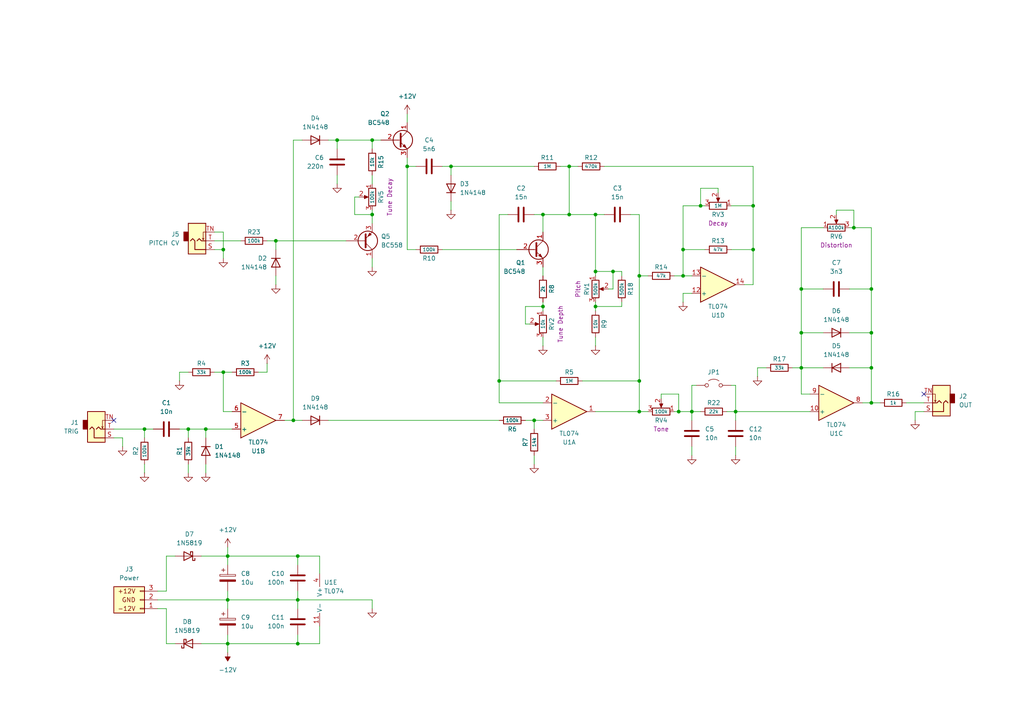
<source format=kicad_sch>
(kicad_sch (version 20250114) (generator "eeschema") (generator_version "9.0")
  (paper "A4")
  (lib_symbols
    (symbol "Amplifier_Operational:TL074" (pin_names (offset 0.127))
      (property "Reference" "U" (at 0 5.08 0))
      (property "Value" "TL074" (at 0 -5.08 0))
      (symbol "TL074_1_1"
        (polyline (pts (xy -5.08 5.08) (xy 5.08 0) (xy -5.08 -5.08) (xy -5.08 5.08)) (stroke (width 0.254)) (fill (type background)))
        (pin input line (at -7.62 2.54 0) (length 2.54) (name "+") (number "3"))
        (pin input line (at -7.62 -2.54 0) (length 2.54) (name "-") (number "2"))
        (pin output line (at 7.62 0 180) (length 2.54) (name "~") (number "1"))
      )
      (symbol "TL074_2_1"
        (polyline (pts (xy -5.08 5.08) (xy 5.08 0) (xy -5.08 -5.08) (xy -5.08 5.08)) (stroke (width 0.254)) (fill (type background)))
        (pin input line (at -7.62 2.54 0) (length 2.54) (name "+") (number "5"))
        (pin input line (at -7.62 -2.54 0) (length 2.54) (name "-") (number "6"))
        (pin output line (at 7.62 0 180) (length 2.54) (name "~") (number "7"))
      )
      (symbol "TL074_3_1"
        (polyline (pts (xy -5.08 5.08) (xy 5.08 0) (xy -5.08 -5.08) (xy -5.08 5.08)) (stroke (width 0.254)) (fill (type background)))
        (pin input line (at -7.62 2.54 0) (length 2.54) (name "+") (number "10"))
        (pin input line (at -7.62 -2.54 0) (length 2.54) (name "-") (number "9"))
        (pin output line (at 7.62 0 180) (length 2.54) (name "~") (number "8"))
      )
      (symbol "TL074_4_1"
        (polyline (pts (xy -5.08 5.08) (xy 5.08 0) (xy -5.08 -5.08) (xy -5.08 5.08)) (stroke (width 0.254)) (fill (type background)))
        (pin input line (at -7.62 2.54 0) (length 2.54) (name "+") (number "12"))
        (pin input line (at -7.62 -2.54 0) (length 2.54) (name "-") (number "13"))
        (pin output line (at 7.62 0 180) (length 2.54) (name "~") (number "14"))
      )
      (symbol "TL074_5_1"
        (pin power_in line (at -2.54 7.62 270) (length 3.81) (name "V+") (number "4"))
        (pin power_in line (at -2.54 -7.62 90) (length 3.81) (name "V-") (number "11"))
      )
    )
    (symbol "Connector_Audio:AudioJack2_SwitchT"
      (property "Reference" "J" (at 0 8.89 0))
      (property "Value" "AudioJack2_SwitchT" (at 0 6.35 0))
      (symbol "AudioJack2_SwitchT_0_1"
        (rectangle (start -2.54 0) (end -3.81 -2.54) (stroke (width 0.254)) (fill (type outline)))
        (polyline (pts (xy 0 0) (xy 0.635 -0.635) (xy 1.27 0) (xy 2.54 0)) (stroke (width 0.254)))
        (polyline (pts (xy 1.778 -0.254) (xy 2.032 -0.762)))
        (rectangle (start 2.54 3.81) (end -2.54 -5.08) (stroke (width 0.254)) (fill (type background)))
        (polyline (pts (xy 2.54 2.54) (xy -0.635 2.54) (xy -0.635 0) (xy -1.27 -0.635) (xy -1.905 0)) (stroke (width 0.254)))
        (polyline (pts (xy 2.54 -2.54) (xy 1.778 -2.54) (xy 1.778 -0.254) (xy 1.524 -0.762)))
      )
      (symbol "AudioJack2_SwitchT_1_1"
        (pin passive line (at 5.08 2.54 180) (length 2.54) (name "~") (number "S"))
        (pin passive line (at 5.08 0 180) (length 2.54) (name "~") (number "T"))
        (pin passive line (at 5.08 -2.54 180) (length 2.54) (name "~") (number "TN"))
      )
    )
    (symbol "Device:C" (pin_numbers (hide yes)) (pin_names (offset 0.254))
      (property "Reference" "C" (at 0.635 2.54 0))
      (property "Value" "C" (at 0.635 -2.54 0))
      (symbol "C_0_1"
        (polyline (pts (xy -2.032 0.762) (xy 2.032 0.762)) (stroke (width 0.508)))
        (polyline (pts (xy -2.032 -0.762) (xy 2.032 -0.762)) (stroke (width 0.508)))
      )
      (symbol "C_1_1"
        (pin passive line (at 0 3.81 270) (length 2.794) (name "~") (number "1"))
        (pin passive line (at 0 -3.81 90) (length 2.794) (name "~") (number "2"))
      )
    )
    (symbol "Device:C_Polarized" (pin_numbers (hide yes)) (pin_names (offset 0.254))
      (property "Reference" "C" (at 0.635 2.54 0))
      (property "Value" "C_Polarized" (at 0.635 -2.54 0))
      (symbol "C_Polarized_0_1"
        (rectangle (start -2.286 0.508) (end 2.286 1.016))
        (polyline (pts (xy -1.778 2.286) (xy -0.762 2.286)))
        (polyline (pts (xy -1.27 2.794) (xy -1.27 1.778)))
        (rectangle (start 2.286 -0.508) (end -2.286 -1.016) (fill (type outline)))
      )
      (symbol "C_Polarized_1_1"
        (pin passive line (at 0 3.81 270) (length 2.794) (name "~") (number "1"))
        (pin passive line (at 0 -3.81 90) (length 2.794) (name "~") (number "2"))
      )
    )
    (symbol "Device:R" (pin_numbers (hide yes)) (pin_names (offset 0))
      (property "Reference" "R" (at 2.032 0 90))
      (property "Value" "R" (at 0 0 90))
      (symbol "R_0_1"
        (rectangle (start -1.016 -2.54) (end 1.016 2.54) (stroke (width 0.254)))
      )
      (symbol "R_1_1"
        (pin passive line (at 0 3.81 270) (length 1.27) (name "~") (number "1"))
        (pin passive line (at 0 -3.81 90) (length 1.27) (name "~") (number "2"))
      )
    )
    (symbol "Device:R_Potentiometer" (pin_names (offset 1.016) (hide yes))
      (property "Reference" "RV" (at -4.445 0 90))
      (property "Value" "R_Potentiometer" (at -2.54 0 90))
      (symbol "R_Potentiometer_0_1"
        (rectangle (start 1.016 2.54) (end -1.016 -2.54) (stroke (width 0.254)))
        (polyline (pts (xy 1.143 0) (xy 2.286 0.508) (xy 2.286 -0.508) (xy 1.143 0)) (fill (type outline)))
        (polyline (pts (xy 2.54 0) (xy 1.524 0)))
      )
      (symbol "R_Potentiometer_1_1"
        (pin passive line (at 0 3.81 270) (length 1.27) (name "1") (number "1"))
        (pin passive line (at 0 -3.81 90) (length 1.27) (name "3") (number "3"))
        (pin passive line (at 3.81 0 180) (length 1.27) (name "2") (number "2"))
      )
    )
    (symbol "Diode:1N4148" (pin_numbers (hide yes)) (pin_names (hide yes))
      (property "Reference" "D" (at 0 2.54 0))
      (property "Value" "1N4148" (at 0 -2.54 0))
      (symbol "1N4148_0_1"
        (polyline (pts (xy -1.27 1.27) (xy -1.27 -1.27)) (stroke (width 0.254)))
        (polyline (pts (xy 1.27 1.27) (xy 1.27 -1.27) (xy -1.27 0) (xy 1.27 1.27)) (stroke (width 0.254)))
        (polyline (pts (xy 1.27 0) (xy -1.27 0)))
      )
      (symbol "1N4148_1_1"
        (pin passive line (at -3.81 0 0) (length 2.54) (name "K") (number "1"))
        (pin passive line (at 3.81 0 180) (length 2.54) (name "A") (number "2"))
      )
    )
    (symbol "Diode:1N5819" (pin_numbers (hide yes)) (pin_names (offset 1.016) (hide yes))
      (property "Reference" "D" (at 0 2.54 0))
      (property "Value" "1N5819" (at 0 -2.54 0))
      (symbol "1N5819_0_1"
        (polyline (pts (xy -1.905 0.635) (xy -1.905 1.27) (xy -1.27 1.27) (xy -1.27 -1.27) (xy -0.635 -1.27) (xy -0.635 -0.635)) (stroke (width 0.254)))
        (polyline (pts (xy 1.27 1.27) (xy 1.27 -1.27) (xy -1.27 0) (xy 1.27 1.27)) (stroke (width 0.254)))
        (polyline (pts (xy 1.27 0) (xy -1.27 0)))
      )
      (symbol "1N5819_1_1"
        (pin passive line (at -3.81 0 0) (length 2.54) (name "K") (number "1"))
        (pin passive line (at 3.81 0 180) (length 2.54) (name "A") (number "2"))
      )
    )
    (symbol "Jumper:Jumper_2_Open" (pin_numbers (hide yes)) (pin_names (offset 0) (hide yes)) (exclude_from_sim yes)
      (property "Reference" "JP" (at 0 2.794 0))
      (property "Value" "Jumper_2_Open" (at 0 -2.286 0))
      (symbol "Jumper_2_Open_0_0"
        (circle (center -2.032 0) (radius 0.508))
        (circle (center 2.032 0) (radius 0.508))
      )
      (symbol "Jumper_2_Open_0_1"
        (arc (start -1.524 1.27) (mid 0 1.778) (end 1.524 1.27))
      )
      (symbol "Jumper_2_Open_1_1"
        (pin passive line (at -5.08 0 0) (length 2.54) (name "A") (number "1"))
        (pin passive line (at 5.08 0 180) (length 2.54) (name "B") (number "2"))
      )
    )
    (symbol "TimsLib:Eurorack-Power_JSH-XH" (pin_names (offset 1.016) (hide yes))
      (property "Reference" "J" (at 0 6.35 0))
      (property "Value" "Eurorack-Power_JSH-XH" (at 0 -6.35 0))
      (symbol "Eurorack-Power_JSH-XH_0_0"
        (text "+12V" (at -1.27 2.54 0) (effects (font (size 1.27 1.27)) (justify right)))
        (text "GND" (at -1.27 0 0) (effects (font (size 1.27 1.27)) (justify right)))
        (text "-12V" (at -1.27 -2.54 0) (effects (font (size 1.27 1.27)) (justify right)))
      )
      (symbol "Eurorack-Power_JSH-XH_1_1"
        (rectangle (start -7.62 -3.81) (end 1.27 3.81) (stroke (width 0.254)) (fill (type background)))
        (rectangle (start 0 2.413) (end 1.27 2.667) (stroke (width 0.1524)))
        (rectangle (start 0 -0.127) (end 1.27 0.127) (stroke (width 0.1524)))
        (rectangle (start 0 -2.667) (end 1.27 -2.413) (stroke (width 0.1524)))
        (pin power_out line (at 5.08 2.54 180) (length 3.81) (name "Pin_3") (number "3"))
        (pin passive line (at 5.08 0 180) (length 3.81) (name "Pin_2") (number "2"))
        (pin power_out line (at 5.08 -2.54 180) (length 3.81) (name "Pin_1") (number "1"))
      )
    )
    (symbol "Transistor_BJT:BC548" (pin_names (offset 0) (hide yes))
      (property "Reference" "Q" (at 5.08 1.905 0))
      (property "Value" "BC548" (at 5.08 0 0))
      (symbol "BC548_0_1"
        (polyline (pts (xy 0 0) (xy 0.635 0)))
        (polyline (pts (xy 0.635 1.905) (xy 0.635 -1.905) (xy 0.635 -1.905)) (stroke (width 0.508)))
        (polyline (pts (xy 0.635 0.635) (xy 2.54 2.54)))
        (polyline (pts (xy 0.635 -0.635) (xy 2.54 -2.54) (xy 2.54 -2.54)))
        (circle (center 1.27 0) (radius 2.8194) (stroke (width 0.254)))
        (polyline (pts (xy 1.27 -1.778) (xy 1.778 -1.27) (xy 2.286 -2.286) (xy 1.27 -1.778) (xy 1.27 -1.778)) (fill (type outline)))
      )
      (symbol "BC548_1_1"
        (pin input line (at -5.08 0 0) (length 5.08) (name "B") (number "2"))
        (pin passive line (at 2.54 5.08 270) (length 2.54) (name "C") (number "1"))
        (pin passive line (at 2.54 -5.08 90) (length 2.54) (name "E") (number "3"))
      )
    )
    (symbol "Transistor_BJT:BC558" (pin_names (offset 0) (hide yes))
      (property "Reference" "Q" (at 5.08 1.905 0))
      (property "Value" "BC558" (at 5.08 0 0))
      (symbol "BC558_0_1"
        (polyline (pts (xy 0.635 1.905) (xy 0.635 -1.905) (xy 0.635 -1.905)) (stroke (width 0.508)))
        (polyline (pts (xy 0.635 0.635) (xy 2.54 2.54)))
        (polyline (pts (xy 0.635 -0.635) (xy 2.54 -2.54) (xy 2.54 -2.54)))
        (circle (center 1.27 0) (radius 2.8194) (stroke (width 0.254)))
        (polyline (pts (xy 2.286 -1.778) (xy 1.778 -2.286) (xy 1.27 -1.27) (xy 2.286 -1.778) (xy 2.286 -1.778)) (fill (type outline)))
      )
      (symbol "BC558_1_1"
        (pin input line (at -5.08 0 0) (length 5.715) (name "B") (number "2"))
        (pin passive line (at 2.54 5.08 270) (length 2.54) (name "C") (number "1"))
        (pin passive line (at 2.54 -5.08 90) (length 2.54) (name "E") (number "3"))
      )
    )
    (symbol "power:+12V" (power) (pin_numbers (hide yes)) (pin_names (offset 0) (hide yes))
      (property "Value" "+12V" (at 0 3.556 0))
      (symbol "+12V_0_1"
        (polyline (pts (xy -0.762 1.27) (xy 0 2.54)))
        (polyline (pts (xy 0 2.54) (xy 0.762 1.27)))
        (polyline (pts (xy 0 0) (xy 0 2.54)))
      )
      (symbol "+12V_1_1"
        (pin power_in line (at 0 0 90) (length 0) (name "~") (number "1"))
      )
    )
    (symbol "power:-12V" (power) (pin_numbers (hide yes)) (pin_names (offset 0) (hide yes))
      (property "Value" "-12V" (at 0 3.556 0))
      (symbol "-12V_0_0"
        (pin power_in line (at 0 0 90) (length 0) (name "~") (number "1"))
      )
      (symbol "-12V_0_1"
        (polyline (pts (xy 0 0) (xy 0 1.27) (xy 0.762 1.27) (xy 0 2.54) (xy -0.762 1.27) (xy 0 1.27)) (fill (type outline)))
      )
    )
    (symbol "power:GND" (power) (pin_numbers (hide yes)) (pin_names (offset 0) (hide yes))
      (property "Value" "GND" (at 0 -3.81 0))
      (symbol "GND_0_1"
        (polyline (pts (xy 0 0) (xy 0 -1.27) (xy 1.27 -1.27) (xy 0 -2.54) (xy -1.27 -1.27) (xy 0 -1.27)))
      )
      (symbol "GND_1_1"
        (pin power_in line (at 0 0 270) (length 0) (name "~") (number "1"))
      )
    )
  )
  (junction (at 165.1 62.23))
  (junction (at 172.72 62.23))
  (junction (at 86.36 161.29))
  (junction (at 196.85 119.38))
  (junction (at 247.65 66.04))
  (junction (at 54.61 124.46))
  (junction (at 157.48 62.23))
  (junction (at 59.69 124.46))
  (junction (at 177.8 78.74))
  (junction (at 80.01 69.85))
  (junction (at 144.78 110.49))
  (junction (at 200.66 119.38))
  (junction (at 85.09 121.92))
  (junction (at 64.77 107.95))
  (junction (at 232.41 96.52))
  (junction (at 66.04 173.99))
  (junction (at 252.73 96.52))
  (junction (at 118.11 48.26))
  (junction (at 218.44 59.69))
  (junction (at 157.48 88.9))
  (junction (at 185.42 80.01))
  (junction (at 41.91 124.46))
  (junction (at 203.2 59.69))
  (junction (at 198.12 80.01))
  (junction (at 64.77 72.39))
  (junction (at 107.95 40.64))
  (junction (at 218.44 72.39))
  (junction (at 86.36 186.69))
  (junction (at 86.36 173.99))
  (junction (at 185.42 119.38))
  (junction (at 232.41 83.82))
  (junction (at 97.79 40.64))
  (junction (at 165.1 48.26))
  (junction (at 185.42 110.49))
  (junction (at 172.72 88.9))
  (junction (at 130.81 48.26))
  (junction (at 107.95 62.23))
  (junction (at 172.72 78.74))
  (junction (at 66.04 186.69))
  (junction (at 66.04 161.29))
  (junction (at 232.41 106.68))
  (junction (at 252.73 106.68))
  (junction (at 252.73 116.84))
  (junction (at 154.94 121.92))
  (junction (at 198.12 72.39))
  (junction (at 213.36 119.38))
  (junction (at 252.73 83.82))
  (no_connect (at 267.97 114.3))
  (no_connect (at 33.02 121.92))
  (wire (pts (xy 59.69 124.46) (xy 59.69 127)))
  (wire (pts (xy 157.48 67.31) (xy 157.48 62.23)))
  (wire (pts (xy 92.71 186.69) (xy 86.36 186.69)))
  (wire (pts (xy 97.79 40.64) (xy 95.25 40.64)))
  (wire (pts (xy 66.04 158.75) (xy 66.04 161.29)))
  (wire (pts (xy 198.12 85.09) (xy 200.66 85.09)))
  (wire (pts (xy 246.38 96.52) (xy 252.73 96.52)))
  (wire (pts (xy 66.04 173.99) (xy 66.04 171.45)))
  (wire (pts (xy 102.87 62.23) (xy 107.95 62.23)))
  (wire (pts (xy 200.66 129.54) (xy 200.66 132.08)))
  (wire (pts (xy 128.27 48.26) (xy 130.81 48.26)))
  (wire (pts (xy 213.36 129.54) (xy 213.36 132.08)))
  (wire (pts (xy 107.95 40.64) (xy 110.49 40.64)))
  (wire (pts (xy 118.11 48.26) (xy 118.11 72.39)))
  (wire (pts (xy 201.93 111.76) (xy 200.66 111.76)))
  (wire (pts (xy 128.27 72.39) (xy 149.86 72.39)))
  (wire (pts (xy 180.34 80.01) (xy 180.34 78.74)))
  (wire (pts (xy 252.73 106.68) (xy 246.38 106.68)))
  (wire (pts (xy 86.36 186.69) (xy 66.04 186.69)))
  (wire (pts (xy 182.88 62.23) (xy 185.42 62.23)))
  (wire (pts (xy 35.56 129.54) (xy 35.56 127)))
  (wire (pts (xy 208.28 54.61) (xy 203.2 54.61)))
  (wire (pts (xy 154.94 62.23) (xy 157.48 62.23)))
  (wire (pts (xy 212.09 111.76) (xy 213.36 111.76)))
  (wire (pts (xy 154.94 121.92) (xy 157.48 121.92)))
  (wire (pts (xy 176.53 83.82) (xy 177.8 83.82)))
  (wire (pts (xy 218.44 72.39) (xy 218.44 82.55)))
  (wire (pts (xy 213.36 111.76) (xy 213.36 119.38)))
  (wire (pts (xy 130.81 48.26) (xy 130.81 50.8)))
  (wire (pts (xy 157.48 62.23) (xy 165.1 62.23)))
  (wire (pts (xy 252.73 66.04) (xy 252.73 83.82)))
  (wire (pts (xy 62.23 69.85) (xy 69.85 69.85)))
  (wire (pts (xy 64.77 119.38) (xy 67.31 119.38)))
  (wire (pts (xy 177.8 78.74) (xy 177.8 83.82)))
  (wire (pts (xy 66.04 161.29) (xy 66.04 163.83)))
  (wire (pts (xy 52.07 107.95) (xy 54.61 107.95)))
  (wire (pts (xy 204.47 59.69) (xy 203.2 59.69)))
  (wire (pts (xy 157.48 87.63) (xy 157.48 88.9)))
  (wire (pts (xy 48.26 171.45) (xy 48.26 161.29)))
  (wire (pts (xy 41.91 124.46) (xy 44.45 124.46)))
  (wire (pts (xy 213.36 119.38) (xy 234.95 119.38)))
  (wire (pts (xy 87.63 40.64) (xy 85.09 40.64)))
  (wire (pts (xy 85.09 121.92) (xy 87.63 121.92)))
  (wire (pts (xy 52.07 124.46) (xy 54.61 124.46)))
  (wire (pts (xy 64.77 107.95) (xy 67.31 107.95)))
  (wire (pts (xy 246.38 66.04) (xy 247.65 66.04)))
  (wire (pts (xy 58.42 186.69) (xy 66.04 186.69)))
  (wire (pts (xy 185.42 80.01) (xy 187.96 80.01)))
  (wire (pts (xy 64.77 74.93) (xy 64.77 72.39)))
  (wire (pts (xy 191.77 114.3) (xy 196.85 114.3)))
  (wire (pts (xy 232.41 114.3) (xy 234.95 114.3)))
  (wire (pts (xy 157.48 77.47) (xy 157.48 80.01)))
  (wire (pts (xy 198.12 72.39) (xy 198.12 80.01)))
  (wire (pts (xy 107.95 173.99) (xy 86.36 173.99)))
  (wire (pts (xy 118.11 72.39) (xy 120.65 72.39)))
  (wire (pts (xy 203.2 119.38) (xy 200.66 119.38)))
  (wire (pts (xy 165.1 62.23) (xy 165.1 48.26)))
  (wire (pts (xy 85.09 40.64) (xy 85.09 121.92)))
  (wire (pts (xy 80.01 69.85) (xy 100.33 69.85)))
  (wire (pts (xy 77.47 69.85) (xy 80.01 69.85)))
  (wire (pts (xy 213.36 119.38) (xy 213.36 121.92)))
  (wire (pts (xy 86.36 184.15) (xy 86.36 186.69)))
  (wire (pts (xy 262.89 116.84) (xy 267.97 116.84)))
  (wire (pts (xy 95.25 121.92) (xy 144.78 121.92)))
  (wire (pts (xy 165.1 62.23) (xy 172.72 62.23)))
  (wire (pts (xy 229.87 106.68) (xy 232.41 106.68)))
  (wire (pts (xy 152.4 93.98) (xy 152.4 88.9)))
  (wire (pts (xy 168.91 110.49) (xy 185.42 110.49)))
  (wire (pts (xy 97.79 43.18) (xy 97.79 40.64)))
  (wire (pts (xy 198.12 87.63) (xy 198.12 85.09)))
  (wire (pts (xy 82.55 121.92) (xy 85.09 121.92)))
  (wire (pts (xy 107.95 50.8) (xy 107.95 53.34)))
  (wire (pts (xy 80.01 80.01) (xy 80.01 82.55)))
  (wire (pts (xy 52.07 110.49) (xy 52.07 107.95)))
  (wire (pts (xy 66.04 186.69) (xy 66.04 184.15)))
  (wire (pts (xy 232.41 83.82) (xy 232.41 96.52)))
  (wire (pts (xy 152.4 88.9) (xy 157.48 88.9)))
  (wire (pts (xy 198.12 59.69) (xy 198.12 72.39)))
  (wire (pts (xy 185.42 80.01) (xy 185.42 110.49)))
  (wire (pts (xy 118.11 33.02) (xy 118.11 35.56)))
  (wire (pts (xy 232.41 96.52) (xy 232.41 106.68)))
  (wire (pts (xy 250.19 116.84) (xy 252.73 116.84)))
  (wire (pts (xy 175.26 48.26) (xy 218.44 48.26)))
  (wire (pts (xy 180.34 87.63) (xy 180.34 88.9)))
  (wire (pts (xy 118.11 45.72) (xy 118.11 48.26)))
  (wire (pts (xy 165.1 48.26) (xy 167.64 48.26)))
  (wire (pts (xy 153.67 93.98) (xy 152.4 93.98)))
  (wire (pts (xy 172.72 97.79) (xy 172.72 100.33)))
  (wire (pts (xy 238.76 66.04) (xy 232.41 66.04)))
  (wire (pts (xy 172.72 62.23) (xy 175.26 62.23)))
  (wire (pts (xy 247.65 66.04) (xy 252.73 66.04)))
  (wire (pts (xy 50.8 186.69) (xy 48.26 186.69)))
  (wire (pts (xy 172.72 88.9) (xy 180.34 88.9)))
  (wire (pts (xy 203.2 59.69) (xy 198.12 59.69)))
  (wire (pts (xy 41.91 127) (xy 41.91 124.46)))
  (wire (pts (xy 97.79 50.8) (xy 97.79 53.34)))
  (wire (pts (xy 62.23 67.31) (xy 64.77 67.31)))
  (wire (pts (xy 86.36 161.29) (xy 66.04 161.29)))
  (wire (pts (xy 238.76 83.82) (xy 232.41 83.82)))
  (wire (pts (xy 130.81 58.42) (xy 130.81 60.96)))
  (wire (pts (xy 200.66 80.01) (xy 198.12 80.01)))
  (wire (pts (xy 200.66 119.38) (xy 196.85 119.38)))
  (wire (pts (xy 200.66 119.38) (xy 200.66 121.92)))
  (wire (pts (xy 265.43 121.92) (xy 265.43 119.38)))
  (wire (pts (xy 45.72 171.45) (xy 48.26 171.45)))
  (wire (pts (xy 45.72 173.99) (xy 66.04 173.99)))
  (wire (pts (xy 208.28 55.88) (xy 208.28 54.61)))
  (wire (pts (xy 154.94 134.62) (xy 154.94 132.08)))
  (wire (pts (xy 92.71 166.37) (xy 92.71 161.29)))
  (wire (pts (xy 198.12 72.39) (xy 204.47 72.39)))
  (wire (pts (xy 172.72 80.01) (xy 172.72 78.74)))
  (wire (pts (xy 74.93 107.95) (xy 77.47 107.95)))
  (wire (pts (xy 246.38 83.82) (xy 252.73 83.82)))
  (wire (pts (xy 66.04 173.99) (xy 86.36 173.99)))
  (wire (pts (xy 162.56 48.26) (xy 165.1 48.26)))
  (wire (pts (xy 191.77 115.57) (xy 191.77 114.3)))
  (wire (pts (xy 77.47 105.41) (xy 77.47 107.95)))
  (wire (pts (xy 213.36 119.38) (xy 210.82 119.38)))
  (wire (pts (xy 104.14 57.15) (xy 102.87 57.15)))
  (wire (pts (xy 59.69 134.62) (xy 59.69 137.16)))
  (wire (pts (xy 219.71 109.22) (xy 219.71 106.68)))
  (wire (pts (xy 196.85 119.38) (xy 195.58 119.38)))
  (wire (pts (xy 252.73 96.52) (xy 252.73 106.68)))
  (wire (pts (xy 218.44 82.55) (xy 215.9 82.55)))
  (wire (pts (xy 92.71 161.29) (xy 86.36 161.29)))
  (wire (pts (xy 218.44 48.26) (xy 218.44 59.69)))
  (wire (pts (xy 144.78 62.23) (xy 144.78 110.49)))
  (wire (pts (xy 212.09 59.69) (xy 218.44 59.69)))
  (wire (pts (xy 102.87 57.15) (xy 102.87 62.23)))
  (wire (pts (xy 238.76 96.52) (xy 232.41 96.52)))
  (wire (pts (xy 242.57 62.23) (xy 242.57 60.96)))
  (wire (pts (xy 232.41 106.68) (xy 232.41 114.3)))
  (wire (pts (xy 33.02 124.46) (xy 41.91 124.46)))
  (wire (pts (xy 147.32 62.23) (xy 144.78 62.23)))
  (wire (pts (xy 185.42 119.38) (xy 187.96 119.38)))
  (wire (pts (xy 107.95 43.18) (xy 107.95 40.64)))
  (wire (pts (xy 92.71 181.61) (xy 92.71 186.69)))
  (wire (pts (xy 86.36 173.99) (xy 86.36 176.53)))
  (wire (pts (xy 195.58 80.01) (xy 198.12 80.01)))
  (wire (pts (xy 252.73 116.84) (xy 255.27 116.84)))
  (wire (pts (xy 196.85 114.3) (xy 196.85 119.38)))
  (wire (pts (xy 172.72 119.38) (xy 185.42 119.38)))
  (wire (pts (xy 80.01 69.85) (xy 80.01 72.39)))
  (wire (pts (xy 64.77 67.31) (xy 64.77 72.39)))
  (wire (pts (xy 144.78 110.49) (xy 144.78 116.84)))
  (wire (pts (xy 242.57 60.96) (xy 247.65 60.96)))
  (wire (pts (xy 252.73 83.82) (xy 252.73 96.52)))
  (wire (pts (xy 144.78 110.49) (xy 161.29 110.49)))
  (wire (pts (xy 232.41 66.04) (xy 232.41 83.82)))
  (wire (pts (xy 185.42 62.23) (xy 185.42 80.01)))
  (wire (pts (xy 58.42 161.29) (xy 66.04 161.29)))
  (wire (pts (xy 41.91 134.62) (xy 41.91 137.16)))
  (wire (pts (xy 54.61 134.62) (xy 54.61 137.16)))
  (wire (pts (xy 200.66 111.76) (xy 200.66 119.38)))
  (wire (pts (xy 252.73 116.84) (xy 252.73 106.68)))
  (wire (pts (xy 48.26 176.53) (xy 45.72 176.53)))
  (wire (pts (xy 219.71 106.68) (xy 222.25 106.68)))
  (wire (pts (xy 86.36 161.29) (xy 86.36 163.83)))
  (wire (pts (xy 152.4 121.92) (xy 154.94 121.92)))
  (wire (pts (xy 203.2 54.61) (xy 203.2 59.69)))
  (wire (pts (xy 64.77 72.39) (xy 62.23 72.39)))
  (wire (pts (xy 172.72 87.63) (xy 172.72 88.9)))
  (wire (pts (xy 247.65 60.96) (xy 247.65 66.04)))
  (wire (pts (xy 107.95 40.64) (xy 97.79 40.64)))
  (wire (pts (xy 238.76 106.68) (xy 232.41 106.68)))
  (wire (pts (xy 48.26 176.53) (xy 48.26 186.69)))
  (wire (pts (xy 64.77 119.38) (xy 64.77 107.95)))
  (wire (pts (xy 144.78 116.84) (xy 157.48 116.84)))
  (wire (pts (xy 218.44 59.69) (xy 218.44 72.39)))
  (wire (pts (xy 54.61 127) (xy 54.61 124.46)))
  (wire (pts (xy 172.72 78.74) (xy 177.8 78.74)))
  (wire (pts (xy 107.95 60.96) (xy 107.95 62.23)))
  (wire (pts (xy 107.95 176.53) (xy 107.95 173.99)))
  (wire (pts (xy 107.95 64.77) (xy 107.95 62.23)))
  (wire (pts (xy 107.95 74.93) (xy 107.95 77.47)))
  (wire (pts (xy 66.04 173.99) (xy 66.04 176.53)))
  (wire (pts (xy 185.42 110.49) (xy 185.42 119.38)))
  (wire (pts (xy 180.34 78.74) (xy 177.8 78.74)))
  (wire (pts (xy 130.81 48.26) (xy 154.94 48.26)))
  (wire (pts (xy 157.48 97.79) (xy 157.48 100.33)))
  (wire (pts (xy 120.65 48.26) (xy 118.11 48.26)))
  (wire (pts (xy 172.72 88.9) (xy 172.72 90.17)))
  (wire (pts (xy 86.36 171.45) (xy 86.36 173.99)))
  (wire (pts (xy 59.69 124.46) (xy 67.31 124.46)))
  (wire (pts (xy 54.61 124.46) (xy 59.69 124.46)))
  (wire (pts (xy 48.26 161.29) (xy 50.8 161.29)))
  (wire (pts (xy 212.09 72.39) (xy 218.44 72.39)))
  (wire (pts (xy 172.72 78.74) (xy 172.72 62.23)))
  (wire (pts (xy 35.56 127) (xy 33.02 127)))
  (wire (pts (xy 157.48 88.9) (xy 157.48 90.17)))
  (wire (pts (xy 66.04 186.69) (xy 66.04 189.23)))
  (wire (pts (xy 265.43 119.38) (xy 267.97 119.38)))
  (wire (pts (xy 154.94 124.46) (xy 154.94 121.92)))
  (wire (pts (xy 62.23 107.95) (xy 64.77 107.95)))
  (symbol (lib_id "Device:R") (at 226.06 106.68 90) (unit 1)
    (property "Reference" "R17" (at 226.06 104.14 90))
    (property "Value" "33k" (at 226.06 106.68 90) (effects (font (size 1 1))))
    (property "Footprint" "Resistor_THT:R_Axial_DIN0207_L6.3mm_D2.5mm_P7.62mm_Horizontal" (effects (hide yes)))
    (property "Description" "Resistor" (effects (hide yes)))
  )
  (symbol (lib_id "Diode:1N4148") (at 242.57 106.68 0) (unit 1)
    (property "Reference" "D5" (at 242.57 100.33 0))
    (property "Value" "1N4148" (at 242.57 102.87 0))
    (property "Footprint" "TimsLib:D_DO-35_SOD27_P5.08mm_Horizontal" (effects (hide yes)))
    (property "Datasheet" "https://assets.nexperia.com/documents/data-sheet/1N4148_1N4448.pdf" (effects (hide yes)))
    (property "Description" "100V 0.15A standard switching diode, DO-35" (effects (hide yes)))
    (property "Sim.Device" "D" (effects (hide yes)))
    (property "Sim.Pins" "1=K 2=A" (effects (hide yes)))
  )
  (symbol (lib_id "Diode:1N5819") (at 54.61 161.29 180) (unit 1)
    (property "Reference" "D7" (at 54.9275 154.94 0))
    (property "Value" "1N5819" (at 54.9275 157.48 0))
    (property "Footprint" "Diode_THT:D_DO-41_SOD81_P7.62mm_Horizontal" (effects (hide yes)))
    (property "Datasheet" "http://www.vishay.com/docs/88525/1n5817.pdf" (effects (hide yes)))
    (property "Description" "40V 1A Schottky Barrier Rectifier Diode, DO-41" (effects (hide yes)))
  )
  (symbol (lib_id "power:GND") (at 41.91 137.16 0) (unit 1)
    (property "Reference" "#PWR03" (effects (hide yes)))
    (property "Value" "GND" (effects (hide yes)))
    (property "Description" "Power symbol creates a global label with name \"GND\" , ground" (effects (hide yes)))
  )
  (symbol (lib_id "power:GND") (at 157.48 100.33 0) (unit 1)
    (property "Reference" "#PWR09" (effects (hide yes)))
    (property "Value" "GND" (effects (hide yes)))
    (property "Description" "Power symbol creates a global label with name \"GND\" , ground" (effects (hide yes)))
  )
  (symbol (lib_id "Diode:1N4148") (at 130.81 54.61 90) (unit 1)
    (property "Reference" "D3" (at 133.35 53.3399 90) (effects (justify right)))
    (property "Value" "1N4148" (at 133.35 55.8799 90) (effects (justify right)))
    (property "Footprint" "TimsLib:D_DO-35_SOD27_P5.08mm_Horizontal" (effects (hide yes)))
    (property "Datasheet" "https://assets.nexperia.com/documents/data-sheet/1N4148_1N4448.pdf" (effects (hide yes)))
    (property "Description" "100V 0.15A standard switching diode, DO-35" (effects (hide yes)))
    (property "Sim.Device" "D" (effects (hide yes)))
    (property "Sim.Pins" "1=K 2=A" (effects (hide yes)))
  )
  (symbol (lib_id "Device:C_Polarized") (at 66.04 180.34 0) (unit 1)
    (property "Reference" "C9" (at 69.85 179.07 0) (effects (justify left)))
    (property "Value" "10u" (at 69.85 181.61 0) (effects (justify left)))
    (property "Footprint" "Capacitor_THT:CP_Radial_D6.3mm_P2.50mm" (effects (hide yes)))
    (property "Description" "Polarized capacitor" (effects (hide yes)))
  )
  (symbol (lib_id "Device:R") (at 180.34 83.82 0) (unit 1)
    (property "Reference" "R18" (at 182.88 83.82 90))
    (property "Value" "500k" (at 180.34 83.82 90) (effects (font (size 1 1))))
    (property "Footprint" "Resistor_THT:R_Axial_DIN0207_L6.3mm_D2.5mm_P7.62mm_Horizontal" (effects (hide yes)))
    (property "Description" "Resistor" (effects (hide yes)))
  )
  (symbol (lib_id "power:GND") (at 35.56 129.54 0) (unit 1)
    (property "Reference" "#PWR04" (effects (hide yes)))
    (property "Value" "GND" (effects (hide yes)))
    (property "Description" "Power symbol creates a global label with name \"GND\" , ground" (effects (hide yes)))
  )
  (symbol (lib_id "Device:C") (at 97.79 46.99 0) (mirror y) (unit 1)
    (property "Reference" "C6" (at 93.98 45.7199 0) (effects (justify left)))
    (property "Value" "220n" (at 93.98 48.2599 0) (effects (justify left)))
    (property "Footprint" "Capacitor_THT:C_Rect_L7.2mm_W3.5mm_P5.00mm_FKS2_FKP2_MKS2_MKP2" (effects (hide yes)))
    (property "Description" "Unpolarized capacitor" (effects (hide yes)))
  )
  (symbol (lib_id "Device:R") (at 165.1 110.49 90) (unit 1)
    (property "Reference" "R5" (at 165.1 107.95 90))
    (property "Value" "1M" (at 165.1 110.49 90) (effects (font (size 1 1))))
    (property "Footprint" "Resistor_THT:R_Axial_DIN0207_L6.3mm_D2.5mm_P7.62mm_Horizontal" (effects (hide yes)))
    (property "Description" "Resistor" (effects (hide yes)))
  )
  (symbol (lib_id "Device:C") (at 151.13 62.23 90) (unit 1)
    (property "Reference" "C2" (at 151.13 54.61 90))
    (property "Value" "15n" (at 151.13 57.15 90))
    (property "Footprint" "Capacitor_THT:C_Rect_L4.6mm_W2.0mm_P2.50mm_MKS02_FKP02" (effects (hide yes)))
    (property "Description" "Unpolarized capacitor" (effects (hide yes)))
  )
  (symbol (lib_id "Device:R") (at 191.77 80.01 90) (unit 1)
    (property "Reference" "R14" (at 191.77 77.47 90))
    (property "Value" "47k" (at 191.77 80.01 90) (effects (font (size 1 1))))
    (property "Footprint" "Resistor_THT:R_Axial_DIN0207_L6.3mm_D2.5mm_P7.62mm_Horizontal" (effects (hide yes)))
    (property "Description" "Resistor" (effects (hide yes)))
  )
  (symbol (lib_id "Device:R") (at 148.59 121.92 270) (unit 1)
    (property "Reference" "R6" (at 148.59 124.46 90))
    (property "Value" "100k" (at 148.59 121.92 90) (effects (font (size 1 1))))
    (property "Footprint" "Resistor_THT:R_Axial_DIN0207_L6.3mm_D2.5mm_P7.62mm_Horizontal" (effects (hide yes)))
    (property "Description" "Resistor" (effects (hide yes)))
  )
  (symbol (lib_id "Diode:1N4148") (at 80.01 76.2 90) (mirror x) (unit 1)
    (property "Reference" "D2" (at 77.47 74.9299 90) (effects (justify left)))
    (property "Value" "1N4148" (at 77.47 77.4699 90) (effects (justify left)))
    (property "Footprint" "TimsLib:D_DO-35_SOD27_P5.08mm_Horizontal" (effects (hide yes)))
    (property "Datasheet" "https://assets.nexperia.com/documents/data-sheet/1N4148_1N4448.pdf" (effects (hide yes)))
    (property "Description" "100V 0.15A standard switching diode, DO-35" (effects (hide yes)))
    (property "Sim.Device" "D" (effects (hide yes)))
    (property "Sim.Pins" "1=K 2=A" (effects (hide yes)))
  )
  (symbol (lib_id "Device:R") (at 107.95 46.99 0) (unit 1)
    (property "Reference" "R15" (at 110.49 46.99 90))
    (property "Value" "10k" (at 107.95 46.99 90) (effects (font (size 1 1))))
    (property "Footprint" "Resistor_THT:R_Axial_DIN0207_L6.3mm_D2.5mm_P7.62mm_Horizontal" (effects (hide yes)))
    (property "Description" "Resistor" (effects (hide yes)))
  )
  (symbol (lib_id "power:GND") (at 219.71 109.22 0) (unit 1)
    (property "Reference" "#PWR017" (effects (hide yes)))
    (property "Value" "GND" (effects (hide yes)))
    (property "Description" "Power symbol creates a global label with name \"GND\" , ground" (effects (hide yes)))
  )
  (symbol (lib_id "power:GND") (at 200.66 132.08 0) (unit 1)
    (property "Reference" "#PWR012" (effects (hide yes)))
    (property "Value" "GND" (effects (hide yes)))
    (property "Description" "Power symbol creates a global label with name \"GND\" , ground" (effects (hide yes)))
  )
  (symbol (lib_id "Device:R") (at 54.61 130.81 180) (unit 1)
    (property "Reference" "R1" (at 52.07 130.81 90))
    (property "Value" "39k" (at 54.61 130.81 90) (effects (font (size 1 1))))
    (property "Footprint" "Resistor_THT:R_Axial_DIN0207_L6.3mm_D2.5mm_P7.62mm_Horizontal" (effects (hide yes)))
    (property "Description" "Resistor" (effects (hide yes)))
  )
  (symbol (lib_id "Device:C") (at 200.66 125.73 0) (unit 1)
    (property "Reference" "C5" (at 204.47 124.4599 0) (effects (justify left)))
    (property "Value" "10n" (at 204.47 126.9999 0) (effects (justify left)))
    (property "Footprint" "Capacitor_THT:C_Rect_L7.2mm_W3.5mm_P5.00mm_FKS2_FKP2_MKS2_MKP2" (effects (hide yes)))
    (property "Description" "Unpolarized capacitor" (effects (hide yes)))
  )
  (symbol (lib_id "Device:R_Potentiometer") (at 208.28 59.69 270) (mirror x) (unit 1)
    (property "Reference" "RV3" (at 208.28 62.23 90))
    (property "Value" "1M" (at 208.28 59.69 90) (effects (font (size 1 1))))
    (property "Footprint" "TimsLib:Potentiometer_Alpha_RD901F" (effects (hide yes)))
    (property "Description" "Potentiometer" (effects (hide yes)))
    (property "Label" "Decay" (at 208.28 64.77 90))
  )
  (symbol (lib_id "Device:C") (at 179.07 62.23 90) (unit 1)
    (property "Reference" "C3" (at 179.07 54.61 90))
    (property "Value" "15n" (at 179.07 57.15 90))
    (property "Footprint" "Capacitor_THT:C_Rect_L4.6mm_W2.0mm_P2.50mm_MKS02_FKP02" (effects (hide yes)))
    (property "Description" "Unpolarized capacitor" (effects (hide yes)))
  )
  (symbol (lib_id "Diode:1N5819") (at 54.61 186.69 0) (mirror x) (unit 1)
    (property "Reference" "D8" (at 54.2925 180.34 0))
    (property "Value" "1N5819" (at 54.2925 182.88 0))
    (property "Footprint" "Diode_THT:D_DO-41_SOD81_P7.62mm_Horizontal" (effects (hide yes)))
    (property "Datasheet" "http://www.vishay.com/docs/88525/1n5817.pdf" (effects (hide yes)))
    (property "Description" "40V 1A Schottky Barrier Rectifier Diode, DO-41" (effects (hide yes)))
  )
  (symbol (lib_id "Diode:1N4148") (at 242.57 96.52 0) (mirror y) (unit 1)
    (property "Reference" "D6" (at 242.57 90.17 0))
    (property "Value" "1N4148" (at 242.57 92.71 0))
    (property "Footprint" "TimsLib:D_DO-35_SOD27_P5.08mm_Horizontal" (effects (hide yes)))
    (property "Datasheet" "https://assets.nexperia.com/documents/data-sheet/1N4148_1N4448.pdf" (effects (hide yes)))
    (property "Description" "100V 0.15A standard switching diode, DO-35" (effects (hide yes)))
    (property "Sim.Device" "D" (effects (hide yes)))
    (property "Sim.Pins" "1=K 2=A" (effects (hide yes)))
  )
  (symbol (lib_id "Device:R") (at 172.72 93.98 0) (unit 1)
    (property "Reference" "R9" (at 175.26 93.98 90))
    (property "Value" "10k" (at 172.72 93.98 90) (effects (font (size 1 1))))
    (property "Footprint" "Resistor_THT:R_Axial_DIN0207_L6.3mm_D2.5mm_P7.62mm_Horizontal" (effects (hide yes)))
    (property "Description" "Resistor" (effects (hide yes)))
  )
  (symbol (lib_id "Device:R_Potentiometer") (at 157.48 93.98 0) (mirror y) (unit 1)
    (property "Reference" "RV2" (at 160.02 93.98 90))
    (property "Value" "10k" (at 157.48 93.98 90) (effects (font (size 1 1))))
    (property "Footprint" "TimsLib:Potentiometer_Alpha_RD901F" (effects (hide yes)))
    (property "Description" "Potentiometer" (effects (hide yes)))
    (property "Label" "Tune Depth" (at 162.56 93.98 90))
  )
  (symbol (lib_id "Device:C") (at 124.46 48.26 90) (unit 1)
    (property "Reference" "C4" (at 124.46 40.64 90))
    (property "Value" "5n6" (at 124.46 43.18 90))
    (property "Footprint" "Capacitor_THT:C_Rect_L9.0mm_W4.2mm_P7.50mm_MKT" (effects (hide yes)))
    (property "Description" "Unpolarized capacitor" (effects (hide yes)))
  )
  (symbol (lib_id "Device:R") (at 171.45 48.26 90) (unit 1)
    (property "Reference" "R12" (at 171.45 45.72 90))
    (property "Value" "470k" (at 171.45 48.26 90) (effects (font (size 1 1))))
    (property "Footprint" "Resistor_THT:R_Axial_DIN0207_L6.3mm_D2.5mm_P7.62mm_Horizontal" (effects (hide yes)))
    (property "Description" "Resistor" (effects (hide yes)))
  )
  (symbol (lib_id "Device:C") (at 86.36 180.34 0) (mirror x) (unit 1)
    (property "Reference" "C11" (at 82.55 179.0699 0) (effects (justify right)))
    (property "Value" "100n" (at 82.55 181.6099 0) (effects (justify right)))
    (property "Footprint" "TimsLib:C_0805_HandSolder" (effects (hide yes)))
    (property "Description" "Unpolarized capacitor" (effects (hide yes)))
  )
  (symbol (lib_id "Connector_Audio:AudioJack2_SwitchT") (at 273.05 116.84 180) (unit 1)
    (property "Reference" "J2" (at 278.13 114.9349 0) (effects (justify right)))
    (property "Value" "OUT" (at 278.13 117.4749 0) (effects (justify right)))
    (property "Footprint" "TimsLib:Jack_3.5mm_PJ398SM_Vertical" (effects (hide yes)))
    (property "Description" "Audio Jack, 2 Poles (Mono / TS), Switched T Pole (Normalling)" (effects (hide yes)))
  )
  (symbol (lib_id "Device:R") (at 158.75 48.26 90) (unit 1)
    (property "Reference" "R11" (at 158.75 45.72 90))
    (property "Value" "1M" (at 158.75 48.26 90) (effects (font (size 1 1))))
    (property "Footprint" "Resistor_THT:R_Axial_DIN0207_L6.3mm_D2.5mm_P7.62mm_Horizontal" (effects (hide yes)))
    (property "Description" "Resistor" (effects (hide yes)))
  )
  (symbol (lib_id "Diode:1N4148") (at 91.44 121.92 180) (unit 1)
    (property "Reference" "D9" (at 91.44 115.57 0))
    (property "Value" "1N4148" (at 91.44 118.11 0))
    (property "Footprint" "TimsLib:D_DO-35_SOD27_P5.08mm_Horizontal" (effects (hide yes)))
    (property "Datasheet" "https://assets.nexperia.com/documents/data-sheet/1N4148_1N4448.pdf" (effects (hide yes)))
    (property "Description" "100V 0.15A standard switching diode, DO-35" (effects (hide yes)))
    (property "Sim.Device" "D" (effects (hide yes)))
    (property "Sim.Pins" "1=K 2=A" (effects (hide yes)))
  )
  (symbol (lib_id "Device:R") (at 58.42 107.95 90) (unit 1)
    (property "Reference" "R4" (at 58.42 105.41 90))
    (property "Value" "33k" (at 58.42 107.95 90) (effects (font (size 1 1))))
    (property "Footprint" "Resistor_THT:R_Axial_DIN0207_L6.3mm_D2.5mm_P7.62mm_Horizontal" (effects (hide yes)))
    (property "Description" "Resistor" (effects (hide yes)))
  )
  (symbol (lib_id "Amplifier_Operational:TL074") (at 165.1 119.38 0) (mirror x) (unit 1)
    (property "Reference" "U1" (at 165.1 128.27 0))
    (property "Value" "TL074" (at 165.1 125.73 0))
    (property "Footprint" "Package_DIP:DIP-14_W7.62mm" (effects (hide yes)))
    (property "Datasheet" "http://www.ti.com/lit/ds/symlink/tl071.pdf" (effects (hide yes)))
    (property "Description" "Quad Low-Noise JFET-Input Operational Amplifiers, DIP-14/SOIC-14" (effects (hide yes)))
  )
  (symbol (lib_id "power:GND") (at 59.69 137.16 0) (unit 1)
    (property "Reference" "#PWR01" (effects (hide yes)))
    (property "Value" "GND" (effects (hide yes)))
    (property "Description" "Power symbol creates a global label with name \"GND\" , ground" (effects (hide yes)))
  )
  (symbol (lib_id "power:+12V") (at 118.11 33.02 0) (unit 1)
    (property "Reference" "#PWR015" (effects (hide yes)))
    (property "Value" "+12V" (at 118.11 27.94 0))
    (property "Description" "Power symbol creates a global label with name \"+12V\"" (effects (hide yes)))
  )
  (symbol (lib_id "Device:R") (at 73.66 69.85 90) (unit 1)
    (property "Reference" "R23" (at 73.66 67.31 90))
    (property "Value" "100k" (at 73.66 69.85 90) (effects (font (size 1 1))))
    (property "Footprint" "Resistor_THT:R_Axial_DIN0207_L6.3mm_D2.5mm_P7.62mm_Horizontal" (effects (hide yes)))
    (property "Description" "Resistor" (effects (hide yes)))
  )
  (symbol (lib_id "Diode:1N4148") (at 91.44 40.64 180) (unit 1)
    (property "Reference" "D4" (at 91.44 34.29 0))
    (property "Value" "1N4148" (at 91.44 36.83 0))
    (property "Footprint" "TimsLib:D_DO-35_SOD27_P5.08mm_Horizontal" (effects (hide yes)))
    (property "Datasheet" "https://assets.nexperia.com/documents/data-sheet/1N4148_1N4448.pdf" (effects (hide yes)))
    (property "Description" "100V 0.15A standard switching diode, DO-35" (effects (hide yes)))
    (property "Sim.Device" "D" (effects (hide yes)))
    (property "Sim.Pins" "1=K 2=A" (effects (hide yes)))
  )
  (symbol (lib_id "Amplifier_Operational:TL074") (at 242.57 116.84 0) (mirror x) (unit 3)
    (property "Reference" "U1" (at 242.57 125.73 0))
    (property "Value" "TL074" (at 242.57 123.19 0))
    (property "Footprint" "Package_DIP:DIP-14_W7.62mm" (effects (hide yes)))
    (property "Datasheet" "http://www.ti.com/lit/ds/symlink/tl071.pdf" (effects (hide yes)))
    (property "Description" "Quad Low-Noise JFET-Input Operational Amplifiers, DIP-14/SOIC-14" (effects (hide yes)))
  )
  (symbol (lib_id "power:-12V") (at 66.04 189.23 180) (unit 1)
    (property "Reference" "#PWR018" (effects (hide yes)))
    (property "Value" "-12V" (at 66.04 194.31 0))
    (property "Description" "Power symbol creates a global label with name \"-12V\"" (effects (hide yes)))
  )
  (symbol (lib_id "power:GND") (at 198.12 87.63 0) (unit 1)
    (property "Reference" "#PWR011" (effects (hide yes)))
    (property "Value" "GND" (effects (hide yes)))
    (property "Description" "Power symbol creates a global label with name \"GND\" , ground" (effects (hide yes)))
  )
  (symbol (lib_id "Amplifier_Operational:TL074") (at 95.25 173.99 0) (unit 5)
    (property "Reference" "U1" (at 93.98 168.91 0) (effects (justify left)))
    (property "Value" "TL074" (at 93.98 171.45 0) (effects (justify left)))
    (property "Footprint" "Package_DIP:DIP-14_W7.62mm" (effects (hide yes)))
    (property "Datasheet" "http://www.ti.com/lit/ds/symlink/tl071.pdf" (effects (hide yes)))
    (property "Description" "Quad Low-Noise JFET-Input Operational Amplifiers, DIP-14/SOIC-14" (effects (hide yes)))
  )
  (symbol (lib_id "Device:R") (at 259.08 116.84 90) (unit 1)
    (property "Reference" "R16" (at 259.08 114.3 90))
    (property "Value" "1k" (at 259.08 116.84 90) (effects (font (size 1 1))))
    (property "Footprint" "Resistor_THT:R_Axial_DIN0207_L6.3mm_D2.5mm_P7.62mm_Horizontal" (effects (hide yes)))
    (property "Description" "Resistor" (effects (hide yes)))
  )
  (symbol (lib_id "Device:R_Potentiometer") (at 172.72 83.82 0) (unit 1)
    (property "Reference" "RV1" (at 170.18 83.82 90))
    (property "Value" "500k" (at 172.72 83.82 90) (effects (font (size 1 1))))
    (property "Footprint" "TimsLib:Potentiometer_Alpha_RD901F" (effects (hide yes)))
    (property "Description" "Potentiometer" (effects (hide yes)))
    (property "Label" "Pitch" (at 167.64 83.82 90))
  )
  (symbol (lib_id "Amplifier_Operational:TL074") (at 74.93 121.92 0) (mirror x) (unit 2)
    (property "Reference" "U1" (at 74.93 130.81 0))
    (property "Value" "TL074" (at 74.93 128.27 0))
    (property "Footprint" "Package_DIP:DIP-14_W7.62mm" (effects (hide yes)))
    (property "Datasheet" "http://www.ti.com/lit/ds/symlink/tl071.pdf" (effects (hide yes)))
    (property "Description" "Quad Low-Noise JFET-Input Operational Amplifiers, DIP-14/SOIC-14" (effects (hide yes)))
  )
  (symbol (lib_id "TimsLib:Eurorack-Power_JSH-XH") (at 40.64 173.99 0) (unit 1)
    (property "Reference" "J3" (at 37.465 165.1 0))
    (property "Value" "Power" (at 37.465 167.64 0))
    (property "Footprint" "Connector_JST:JST_XH_B3B-XH-A_1x03_P2.50mm_Vertical" (effects (hide yes)))
    (property "Description" "Generic connector, single row, 01x03, script generated (kicad-library-utils/schlib/autogen/connector/)" (effects (hide yes)))
  )
  (symbol (lib_id "Device:R") (at 71.12 107.95 90) (unit 1)
    (property "Reference" "R3" (at 71.12 105.41 90))
    (property "Value" "100k" (at 71.12 107.95 90) (effects (font (size 1 1))))
    (property "Footprint" "Resistor_THT:R_Axial_DIN0207_L6.3mm_D2.5mm_P7.62mm_Horizontal" (effects (hide yes)))
    (property "Description" "Resistor" (effects (hide yes)))
  )
  (symbol (lib_id "power:GND") (at 107.95 176.53 0) (unit 1)
    (property "Reference" "#PWR020" (effects (hide yes)))
    (property "Value" "GND" (effects (hide yes)))
    (property "Description" "Power symbol creates a global label with name \"GND\" , ground" (effects (hide yes)))
  )
  (symbol (lib_id "power:GND") (at 54.61 137.16 0) (unit 1)
    (property "Reference" "#PWR02" (effects (hide yes)))
    (property "Value" "GND" (effects (hide yes)))
    (property "Description" "Power symbol creates a global label with name \"GND\" , ground" (effects (hide yes)))
  )
  (symbol (lib_id "power:GND") (at 52.07 110.49 0) (unit 1)
    (property "Reference" "#PWR05" (effects (hide yes)))
    (property "Value" "GND" (effects (hide yes)))
    (property "Description" "Power symbol creates a global label with name \"GND\" , ground" (effects (hide yes)))
  )
  (symbol (lib_id "Device:R") (at 157.48 83.82 0) (unit 1)
    (property "Reference" "R8" (at 160.02 83.82 90))
    (property "Value" "2k" (at 157.48 83.82 90) (effects (font (size 1 1))))
    (property "Footprint" "Resistor_THT:R_Axial_DIN0207_L6.3mm_D2.5mm_P7.62mm_Horizontal" (effects (hide yes)))
    (property "Description" "Resistor" (effects (hide yes)))
  )
  (symbol (lib_id "Device:R") (at 207.01 119.38 90) (unit 1)
    (property "Reference" "R22" (at 207.01 116.84 90))
    (property "Value" "22k" (at 207.01 119.38 90) (effects (font (size 1 1))))
    (property "Footprint" "Resistor_THT:R_Axial_DIN0207_L6.3mm_D2.5mm_P7.62mm_Horizontal" (effects (hide yes)))
    (property "Description" "Resistor" (effects (hide yes)))
  )
  (symbol (lib_id "power:GND") (at 213.36 132.08 0) (unit 1)
    (property "Reference" "#PWR026" (effects (hide yes)))
    (property "Value" "GND" (effects (hide yes)))
    (property "Description" "Power symbol creates a global label with name \"GND\" , ground" (effects (hide yes)))
  )
  (symbol (lib_id "Amplifier_Operational:TL074") (at 208.28 82.55 0) (mirror x) (unit 4)
    (property "Reference" "U1" (at 208.28 91.44 0))
    (property "Value" "TL074" (at 208.28 88.9 0))
    (property "Footprint" "Package_DIP:DIP-14_W7.62mm" (effects (hide yes)))
    (property "Datasheet" "http://www.ti.com/lit/ds/symlink/tl071.pdf" (effects (hide yes)))
    (property "Description" "Quad Low-Noise JFET-Input Operational Amplifiers, DIP-14/SOIC-14" (effects (hide yes)))
  )
  (symbol (lib_id "Device:R") (at 124.46 72.39 270) (unit 1)
    (property "Reference" "R10" (at 124.46 74.93 90))
    (property "Value" "100k" (at 124.46 72.39 90) (effects (font (size 1 1))))
    (property "Footprint" "Resistor_THT:R_Axial_DIN0207_L6.3mm_D2.5mm_P7.62mm_Horizontal" (effects (hide yes)))
    (property "Description" "Resistor" (effects (hide yes)))
  )
  (symbol (lib_id "Connector_Audio:AudioJack2_SwitchT") (at 27.94 124.46 0) (mirror x) (unit 1)
    (property "Reference" "J1" (at 22.86 122.5549 0) (effects (justify right)))
    (property "Value" "TRIG" (at 22.86 125.0949 0) (effects (justify right)))
    (property "Footprint" "TimsLib:Jack_3.5mm_PJ398SM_Vertical" (effects (hide yes)))
    (property "Description" "Audio Jack, 2 Poles (Mono / TS), Switched T Pole (Normalling)" (effects (hide yes)))
  )
  (symbol (lib_id "power:GND") (at 154.94 134.62 0) (unit 1)
    (property "Reference" "#PWR07" (effects (hide yes)))
    (property "Value" "GND" (effects (hide yes)))
    (property "Description" "Power symbol creates a global label with name \"GND\" , ground" (effects (hide yes)))
  )
  (symbol (lib_id "Device:R") (at 41.91 130.81 180) (unit 1)
    (property "Reference" "R2" (at 39.37 130.81 90))
    (property "Value" "100k" (at 41.91 130.81 90) (effects (font (size 1 1))))
    (property "Footprint" "Resistor_THT:R_Axial_DIN0207_L6.3mm_D2.5mm_P7.62mm_Horizontal" (effects (hide yes)))
    (property "Description" "Resistor" (effects (hide yes)))
  )
  (symbol (lib_id "Device:C_Polarized") (at 66.04 167.64 0) (unit 1)
    (property "Reference" "C8" (at 69.85 166.37 0) (effects (justify left)))
    (property "Value" "10u" (at 69.85 168.91 0) (effects (justify left)))
    (property "Footprint" "Capacitor_THT:CP_Radial_D6.3mm_P2.50mm" (effects (hide yes)))
    (property "Description" "Polarized capacitor" (effects (hide yes)))
  )
  (symbol (lib_id "Device:C") (at 213.36 125.73 0) (unit 1)
    (property "Reference" "C12" (at 217.17 124.4599 0) (effects (justify left)))
    (property "Value" "10n" (at 217.17 126.9999 0) (effects (justify left)))
    (property "Footprint" "Capacitor_THT:C_Rect_L7.2mm_W3.5mm_P5.00mm_FKS2_FKP2_MKS2_MKP2" (effects (hide yes)))
    (property "Description" "Unpolarized capacitor" (effects (hide yes)))
  )
  (symbol (lib_id "power:GND") (at 97.79 53.34 0) (unit 1)
    (property "Reference" "#PWR013" (effects (hide yes)))
    (property "Value" "GND" (effects (hide yes)))
    (property "Description" "Power symbol creates a global label with name \"GND\" , ground" (effects (hide yes)))
  )
  (symbol (lib_id "power:GND") (at 130.81 60.96 0) (unit 1)
    (property "Reference" "#PWR010" (effects (hide yes)))
    (property "Value" "GND" (effects (hide yes)))
    (property "Description" "Power symbol creates a global label with name \"GND\" , ground" (effects (hide yes)))
  )
  (symbol (lib_id "Connector_Audio:AudioJack2_SwitchT") (at 57.15 69.85 0) (mirror x) (unit 1)
    (property "Reference" "J5" (at 52.07 67.9449 0) (effects (justify right)))
    (property "Value" "PITCH CV" (at 52.07 70.4849 0) (effects (justify right)))
    (property "Footprint" "TimsLib:Jack_3.5mm_PJ398SM_Vertical" (effects (hide yes)))
    (property "Description" "Audio Jack, 2 Poles (Mono / TS), Switched T Pole (Normalling)" (effects (hide yes)))
  )
  (symbol (lib_id "Transistor_BJT:BC548") (at 115.57 40.64 0) (unit 1)
    (property "Reference" "Q2" (at 113.03 33.02 0) (effects (justify right)))
    (property "Value" "BC548" (at 113.03 35.56 0) (effects (justify right)))
    (property "Footprint" "Package_TO_SOT_THT:TO-92_Inline_Wide" (effects (hide yes)))
    (property "Datasheet" "https://www.onsemi.com/pub/Collateral/BC550-D.pdf" (effects (hide yes)))
    (property "Description" "0.1A Ic, 30V Vce, Small Signal NPN Transistor, TO-92" (effects (hide yes)))
  )
  (symbol (lib_id "Device:C") (at 242.57 83.82 90) (unit 1)
    (property "Reference" "C7" (at 242.57 76.2 90))
    (property "Value" "3n3" (at 242.57 78.74 90))
    (property "Footprint" "Capacitor_THT:C_Rect_L7.2mm_W3.5mm_P5.00mm_FKS2_FKP2_MKS2_MKP2" (effects (hide yes)))
    (property "Description" "Unpolarized capacitor" (effects (hide yes)))
  )
  (symbol (lib_id "Diode:1N4148") (at 59.69 130.81 270) (unit 1)
    (property "Reference" "D1" (at 62.23 129.5399 90) (effects (justify left)))
    (property "Value" "1N4148" (at 62.23 132.0799 90) (effects (justify left)))
    (property "Footprint" "TimsLib:D_DO-35_SOD27_P5.08mm_Horizontal" (effects (hide yes)))
    (property "Datasheet" "https://assets.nexperia.com/documents/data-sheet/1N4148_1N4448.pdf" (effects (hide yes)))
    (property "Description" "100V 0.15A standard switching diode, DO-35" (effects (hide yes)))
    (property "Sim.Device" "D" (effects (hide yes)))
    (property "Sim.Pins" "1=K 2=A" (effects (hide yes)))
  )
  (symbol (lib_id "Transistor_BJT:BC558") (at 105.41 69.85 0) (mirror x) (unit 1)
    (property "Reference" "Q5" (at 110.49 68.5799 0) (effects (justify left)))
    (property "Value" "BC558" (at 110.49 71.1199 0) (effects (justify left)))
    (property "Footprint" "Package_TO_SOT_THT:TO-92_Inline_Wide" (effects (hide yes)))
    (property "Datasheet" "https://www.onsemi.com/pub/Collateral/BC556BTA-D.pdf" (effects (hide yes)))
    (property "Description" "0.1A Ic, 30V Vce, PNP Small Signal Transistor, TO-92" (effects (hide yes)))
  )
  (symbol (lib_id "power:+12V") (at 66.04 158.75 0) (unit 1)
    (property "Reference" "#PWR019" (effects (hide yes)))
    (property "Value" "+12V" (at 66.04 153.67 0))
    (property "Description" "Power symbol creates a global label with name \"+12V\"" (effects (hide yes)))
  )
  (symbol (lib_id "Device:R_Potentiometer") (at 191.77 119.38 270) (mirror x) (unit 1)
    (property "Reference" "RV4" (at 191.77 121.92 90))
    (property "Value" "100k" (at 191.77 119.38 90) (effects (font (size 1 1))))
    (property "Footprint" "TimsLib:Potentiometer_Alpha_RD901F" (effects (hide yes)))
    (property "Description" "Potentiometer" (effects (hide yes)))
    (property "Label" "Tone" (at 191.77 124.46 90))
  )
  (symbol (lib_id "Device:R_Potentiometer") (at 242.57 66.04 90) (unit 1)
    (property "Reference" "RV6" (at 242.57 68.58 90))
    (property "Value" "A100k" (at 242.57 66.04 90) (effects (font (size 1 1))))
    (property "Footprint" "TimsLib:Potentiometer_Alpha_RD901F" (effects (hide yes)))
    (property "Description" "Potentiometer" (effects (hide yes)))
    (property "Label" "Distortion" (at 242.57 71.12 90))
  )
  (symbol (lib_id "Device:R") (at 208.28 72.39 90) (unit 1)
    (property "Reference" "R13" (at 208.28 69.85 90))
    (property "Value" "47k" (at 208.28 72.39 90) (effects (font (size 1 1))))
    (property "Footprint" "Resistor_THT:R_Axial_DIN0207_L6.3mm_D2.5mm_P7.62mm_Horizontal" (effects (hide yes)))
    (property "Description" "Resistor" (effects (hide yes)))
  )
  (symbol (lib_id "Device:C") (at 86.36 167.64 0) (mirror x) (unit 1)
    (property "Reference" "C10" (at 82.55 166.3699 0) (effects (justify right)))
    (property "Value" "100n" (at 82.55 168.9099 0) (effects (justify right)))
    (property "Footprint" "TimsLib:C_0805_HandSolder" (effects (hide yes)))
    (property "Description" "Unpolarized capacitor" (effects (hide yes)))
  )
  (symbol (lib_id "Device:C") (at 48.26 124.46 90) (unit 1)
    (property "Reference" "C1" (at 48.26 116.84 90))
    (property "Value" "10n" (at 48.26 119.38 90))
    (property "Footprint" "Capacitor_THT:C_Rect_L7.2mm_W3.5mm_P5.00mm_FKS2_FKP2_MKS2_MKP2" (effects (hide yes)))
    (property "Description" "Unpolarized capacitor" (effects (hide yes)))
  )
  (symbol (lib_id "power:GND") (at 265.43 121.92 0) (unit 1)
    (property "Reference" "#PWR016" (effects (hide yes)))
    (property "Value" "GND" (effects (hide yes)))
    (property "Description" "Power symbol creates a global label with name \"GND\" , ground" (effects (hide yes)))
  )
  (symbol (lib_id "power:GND") (at 64.77 74.93 0) (unit 1)
    (property "Reference" "#PWR027" (effects (hide yes)))
    (property "Value" "GND" (effects (hide yes)))
    (property "Description" "Power symbol creates a global label with name \"GND\" , ground" (effects (hide yes)))
  )
  (symbol (lib_id "Transistor_BJT:BC548") (at 154.94 72.39 0) (unit 1)
    (property "Reference" "Q1" (at 152.4 76.2 0) (effects (justify right)))
    (property "Value" "BC548" (at 152.4 78.74 0) (effects (justify right)))
    (property "Footprint" "Package_TO_SOT_THT:TO-92_Inline_Wide" (effects (hide yes)))
    (property "Datasheet" "https://www.onsemi.com/pub/Collateral/BC550-D.pdf" (effects (hide yes)))
    (property "Description" "0.1A Ic, 30V Vce, Small Signal NPN Transistor, TO-92" (effects (hide yes)))
  )
  (symbol (lib_id "power:GND") (at 80.01 82.55 0) (unit 1)
    (property "Reference" "#PWR029" (effects (hide yes)))
    (property "Value" "GND" (effects (hide yes)))
    (property "Description" "Power symbol creates a global label with name \"GND\" , ground" (effects (hide yes)))
  )
  (symbol (lib_id "power:GND") (at 107.95 77.47 0) (unit 1)
    (property "Reference" "#PWR028" (effects (hide yes)))
    (property "Value" "GND" (effects (hide yes)))
    (property "Description" "Power symbol creates a global label with name \"GND\" , ground" (effects (hide yes)))
  )
  (symbol (lib_id "Jumper:Jumper_2_Open") (at 207.01 111.76 0) (unit 1)
    (property "Reference" "JP1" (at 207.01 107.95 0))
    (property "Value" "Jumper_2_Open" (effects (hide yes)))
    (property "Footprint" "Jumper:SolderJumper-2_P1.3mm_Open_TrianglePad1.0x1.5mm" (effects (hide yes)))
    (property "Description" "Jumper, 2-pole, open" (effects (hide yes)))
  )
  (symbol (lib_id "power:GND") (at 172.72 100.33 0) (unit 1)
    (property "Reference" "#PWR08" (effects (hide yes)))
    (property "Value" "GND" (effects (hide yes)))
    (property "Description" "Power symbol creates a global label with name \"GND\" , ground" (effects (hide yes)))
  )
  (symbol (lib_id "Device:R_Potentiometer") (at 107.95 57.15 0) (mirror y) (unit 1)
    (property "Reference" "RV5" (at 110.49 57.15 90))
    (property "Value" "100k" (at 107.95 57.15 90) (effects (font (size 1 1))))
    (property "Footprint" "TimsLib:Potentiometer_Alpha_RD901F" (effects (hide yes)))
    (property "Description" "Potentiometer" (effects (hide yes)))
    (property "Label" "Tune Decay" (at 113.03 57.15 90))
  )
  (symbol (lib_id "power:+12V") (at 77.47 105.41 0) (unit 1)
    (property "Reference" "#PWR06" (effects (hide yes)))
    (property "Value" "+12V" (at 77.47 100.33 0))
    (property "Description" "Power symbol creates a global label with name \"+12V\"" (effects (hide yes)))
  )
  (symbol (lib_id "Device:R") (at 154.94 128.27 180) (unit 1)
    (property "Reference" "R7" (at 152.4 128.27 90))
    (property "Value" "14k" (at 154.94 128.27 90) (effects (font (size 1 1))))
    (property "Footprint" "Resistor_THT:R_Axial_DIN0207_L6.3mm_D2.5mm_P7.62mm_Horizontal" (effects (hide yes)))
    (property "Description" "Resistor" (effects (hide yes)))
  )
)
</source>
